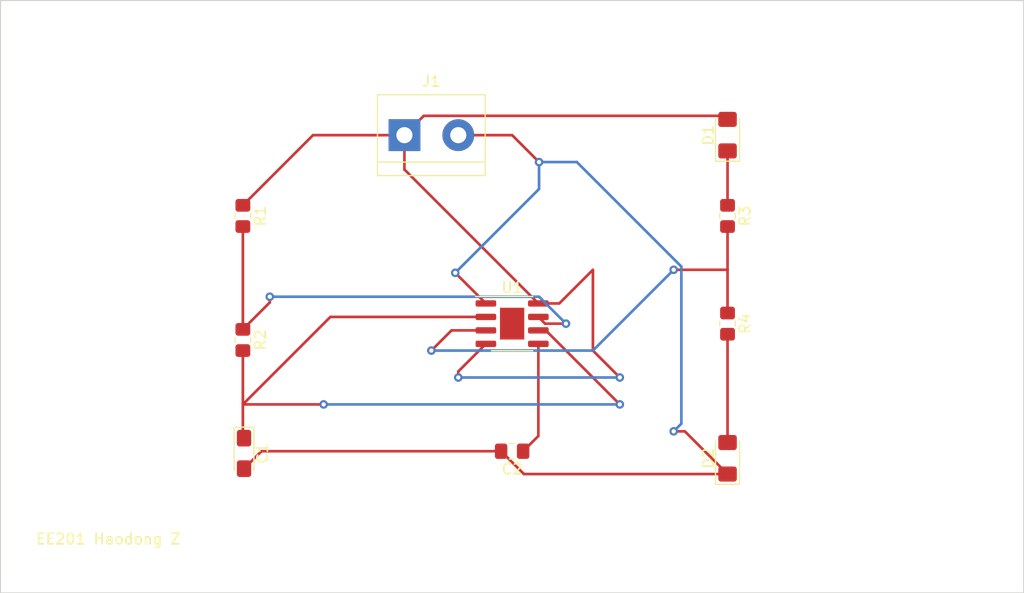
<source format=kicad_pcb>
(kicad_pcb (version 20211014) (generator pcbnew)
  (layers (0 "F.Cu" signal) (31 "B.Cu" signal) (34 "B.Paste" user) (35 "F.Paste" user) (36 "B.SilkS" user "B.Silkscreen") (37 "F.SilkS" user "F.Silkscreen") (38 "B.Mask" user) (39 "F.Mask" user) (44 "Edge.Cuts" user))
  (net 0 "")
  (net 1 "/pin_2")
  (net 2 "GND")
  (net 3 "Net-(C2-Pad1)")
  (net 4 "Net-(D1-Pad1)")
  (net 5 "+9V")
  (net 6 "Net-(D2-Pad2)")
  (net 7 "/pin_7")
  (net 8 "/pin_3")
  (footprint "Resistor_SMD:R_0805_2012Metric_Pad1.20x1.40mm_HandSolder" (layer "F.Cu") (at 170.18 71.12 -90)
    (fp_text reference "R4" (at 0 -1.65 90) (layer "F.SilkS"))
    (fp_text value "1 K")
    (fp_line (start -0.227064 0.735) (end 0.227064 0.735) (layer "F.SilkS") (width 0.12))
    (fp_line (start -0.227064 -0.735) (end 0.227064 -0.735) (layer "F.SilkS") (width 0.12))
    (pad "1" smd roundrect (at -1 0 270) (size 1.2 1.4) (layers "F.Cu" "F.Paste" "F.Mask") (roundrect_rratio 0.2083333333) (net 8 "/pin_3"))
    (pad "2" smd roundrect (at 1 0 270) (size 1.2 1.4) (layers "F.Cu" "F.Paste" "F.Mask") (roundrect_rratio 0.2083333333) (net 6 "Net-(D2-Pad2)"))
  )
  (footprint "Capacitor_SMD:C_0805_2012Metric_Pad1.18x1.45mm_HandSolder" (layer "F.Cu") (at 149.86 83.155 180)
    (fp_text reference "C2" (at 0 -1.68) (layer "F.SilkS"))
    (fp_text value "0.01 uF")
    (fp_line (start -0.261252 -0.735) (end 0.261252 -0.735) (layer "F.SilkS") (width 0.12))
    (fp_line (start -0.261252 0.735) (end 0.261252 0.735) (layer "F.SilkS") (width 0.12))
    (pad "1" smd roundrect (at -1.0375 0 180) (size 1.175 1.45) (layers "F.Cu" "F.Paste" "F.Mask") (roundrect_rratio 0.2127659574) (net 3 "Net-(C2-Pad1)"))
    (pad "2" smd roundrect (at 1.0375 0 180) (size 1.175 1.45) (layers "F.Cu" "F.Paste" "F.Mask") (roundrect_rratio 0.2127659574) (net 2 "GND"))
  )
  (footprint "LED_SMD:LED_1206_3216Metric_Pad1.42x1.75mm_HandSolder" (layer "F.Cu") (at 170.18 83.82 90)
    (fp_text reference "D2" (at 0 -1.82 90) (layer "F.SilkS"))
    (fp_text value "LED")
    (fp_line (start 1.6 -1.135) (end -2.46 -1.135) (layer "F.SilkS") (width 0.12))
    (fp_line (start -2.46 -1.135) (end -2.46 1.135) (layer "F.SilkS") (width 0.12))
    (fp_line (start -2.46 1.135) (end 1.6 1.135) (layer "F.SilkS") (width 0.12))
    (pad "1" smd roundrect (at -1.4875 0 90) (size 1.425 1.75) (layers "F.Cu" "F.Paste" "F.Mask") (roundrect_rratio 0.1754392982) (net 2 "GND"))
    (pad "2" smd roundrect (at 1.4875 0 90) (size 1.425 1.75) (layers "F.Cu" "F.Paste" "F.Mask") (roundrect_rratio 0.1754392982) (net 6 "Net-(D2-Pad2)"))
  )
  (footprint "TerminalBlock:TerminalBlock_bornier-2_P5.08mm" (layer "F.Cu") (at 139.7 53.34)
    (fp_text reference "J1" (at 2.54 -5.08) (layer "F.SilkS"))
    (fp_text value "Conn_01x02_Male")
    (fp_line (start 7.62 2.54) (end -2.54 2.54) (layer "F.SilkS") (width 0.12))
    (fp_line (start -2.54 -3.81) (end -2.54 3.81) (layer "F.SilkS") (width 0.12))
    (fp_line (start 7.62 3.81) (end 7.62 -3.81) (layer "F.SilkS") (width 0.12))
    (fp_line (start -2.54 3.81) (end 7.62 3.81) (layer "F.SilkS") (width 0.12))
    (fp_line (start 7.62 -3.81) (end -2.54 -3.81) (layer "F.SilkS") (width 0.12))
    (pad "1" thru_hole rect (at 0 0) (size 3 3) (drill 1.52) (layers *.Cu *.Mask) (net 5 "+9V"))
    (pad "2" thru_hole circle (at 5.08 0) (size 3 3) (drill 1.52) (layers *.Cu *.Mask) (net 2 "GND"))
  )
  (footprint "Capacitor_Tantalum_SMD:CP_EIA-3216-18_Kemet-A_Pad1.58x1.35mm_HandSolder" (layer "F.Cu") (at 124.57 83.36 -90)
    (fp_text reference "C1" (at 0 -1.75 90) (layer "F.SilkS"))
    (fp_text value "10 uF")
    (fp_line (start -2.485 -0.935) (end -2.485 0.935) (layer "F.SilkS") (width 0.12))
    (fp_line (start 1.6 -0.935) (end -2.485 -0.935) (layer "F.SilkS") (width 0.12))
    (fp_line (start -2.485 0.935) (end 1.6 0.935) (layer "F.SilkS") (width 0.12))
    (pad "1" smd roundrect (at -1.4375 0 270) (size 1.575 1.35) (layers "F.Cu" "F.Paste" "F.Mask") (roundrect_rratio 0.1851851852) (net 1 "/pin_2"))
    (pad "2" smd roundrect (at 1.4375 0 270) (size 1.575 1.35) (layers "F.Cu" "F.Paste" "F.Mask") (roundrect_rratio 0.1851851852) (net 2 "GND"))
  )
  (footprint "Resistor_SMD:R_0805_2012Metric_Pad1.20x1.40mm_HandSolder" (layer "F.Cu") (at 170.18 60.96 -90)
    (fp_text reference "R3" (at 0 -1.65 90) (layer "F.SilkS"))
    (fp_text value "1 K")
    (fp_line (start -0.227064 -0.735) (end 0.227064 -0.735) (layer "F.SilkS") (width 0.12))
    (fp_line (start -0.227064 0.735) (end 0.227064 0.735) (layer "F.SilkS") (width 0.12))
    (pad "1" smd roundrect (at -1 0 270) (size 1.2 1.4) (layers "F.Cu" "F.Paste" "F.Mask") (roundrect_rratio 0.2083333333) (net 4 "Net-(D1-Pad1)"))
    (pad "2" smd roundrect (at 1 0 270) (size 1.2 1.4) (layers "F.Cu" "F.Paste" "F.Mask") (roundrect_rratio 0.2083333333) (net 8 "/pin_3"))
  )
  (footprint "Resistor_SMD:R_0805_2012Metric_Pad1.20x1.40mm_HandSolder" (layer "F.Cu") (at 124.46 72.66 -90)
    (fp_text reference "R2" (at 0 -1.65 90) (layer "F.SilkS"))
    (fp_text value "10 K")
    (fp_line (start -0.227064 -0.735) (end 0.227064 -0.735) (layer "F.SilkS") (width 0.12))
    (fp_line (start -0.227064 0.735) (end 0.227064 0.735) (layer "F.SilkS") (width 0.12))
    (pad "1" smd roundrect (at -1 0 270) (size 1.2 1.4) (layers "F.Cu" "F.Paste" "F.Mask") (roundrect_rratio 0.2083333333) (net 7 "/pin_7"))
    (pad "2" smd roundrect (at 1 0 270) (size 1.2 1.4) (layers "F.Cu" "F.Paste" "F.Mask") (roundrect_rratio 0.2083333333) (net 1 "/pin_2"))
  )
  (footprint "Package_SO:SOIC-8-1EP_3.9x4.9mm_P1.27mm_EP2.29x3mm" (layer "F.Cu") (at 149.86 71.12)
    (fp_text reference "U1" (at 0 -3.4) (layer "F.SilkS"))
    (fp_text value "NE555D")
    (fp_line (start 0 -2.56) (end 1.95 -2.56) (layer "F.SilkS") (width 0.12))
    (fp_line (start 0 -2.56) (end -3.45 -2.56) (layer "F.SilkS") (width 0.12))
    (fp_line (start 0 2.56) (end 1.95 2.56) (layer "F.SilkS") (width 0.12))
    (fp_line (start 0 2.56) (end -1.95 2.56) (layer "F.SilkS") (width 0.12))
    (pad "1" smd roundrect (at -2.475 -1.905) (size 1.95 0.6) (layers "F.Cu" "F.Paste" "F.Mask") (net 2 "GND"))
    (pad "2" smd roundrect (at -2.475 -0.635) (size 1.95 0.6) (layers "F.Cu" "F.Paste" "F.Mask") (net 1 "/pin_2"))
    (pad "3" smd roundrect (at -2.475 0.635) (size 1.95 0.6) (layers "F.Cu" "F.Paste" "F.Mask") (net 8 "/pin_3"))
    (pad "4" smd roundrect (at -2.475 1.905) (size 1.95 0.6) (layers "F.Cu" "F.Paste" "F.Mask") (net 5 "+9V"))
    (pad "5" smd roundrect (at 2.475 1.905) (size 1.95 0.6) (layers "F.Cu" "F.Paste" "F.Mask") (net 3 "Net-(C2-Pad1)"))
    (pad "6" smd roundrect (at 2.475 0.635) (size 1.95 0.6) (layers "F.Cu" "F.Paste" "F.Mask") (net 1 "/pin_2"))
    (pad "7" smd roundrect (at 2.475 -0.635) (size 1.95 0.6) (layers "F.Cu" "F.Paste" "F.Mask") (net 7 "/pin_7"))
    (pad "8" smd roundrect (at 2.475 -1.905) (size 1.95 0.6) (layers "F.Cu" "F.Paste" "F.Mask") (net 5 "+9V"))
    (pad "9" smd rect (at 0 0) (size 2.29 3) (layers "F.Cu" "F.Mask"))
  )
  (footprint "LED_SMD:LED_1206_3216Metric_Pad1.42x1.75mm_HandSolder" (layer "F.Cu") (at 170.18 53.34 90)
    (fp_text reference "D1" (at 0 -1.82 90) (layer "F.SilkS"))
    (fp_text value "LED")
    (fp_line (start 1.6 -1.135) (end -2.46 -1.135) (layer "F.SilkS") (width 0.12))
    (fp_line (start -2.46 -1.135) (end -2.46 1.135) (layer "F.SilkS") (width 0.12))
    (fp_line (start -2.46 1.135) (end 1.6 1.135) (layer "F.SilkS") (width 0.12))
    (pad "1" smd roundrect (at -1.4875 0 90) (size 1.425 1.75) (layers "F.Cu" "F.Paste" "F.Mask") (roundrect_rratio 0.1754392982) (net 4 "Net-(D1-Pad1)"))
    (pad "2" smd roundrect (at 1.4875 0 90) (size 1.425 1.75) (layers "F.Cu" "F.Paste" "F.Mask") (roundrect_rratio 0.1754392982) (net 5 "+9V"))
  )
  (footprint "Resistor_SMD:R_0805_2012Metric_Pad1.20x1.40mm_HandSolder" (layer "F.Cu") (at 124.46 60.96 -90)
    (fp_text reference "R1" (at 0 -1.65 90) (layer "F.SilkS"))
    (fp_text value "1 K")
    (fp_line (start -0.227064 -0.735) (end 0.227064 -0.735) (layer "F.SilkS") (width 0.12))
    (fp_line (start -0.227064 0.735) (end 0.227064 0.735) (layer "F.SilkS") (width 0.12))
    (pad "1" smd roundrect (at -1 0 270) (size 1.2 1.4) (layers "F.Cu" "F.Paste" "F.Mask") (roundrect_rratio 0.2083333333) (net 5 "+9V"))
    (pad "2" smd roundrect (at 1 0 270) (size 1.2 1.4) (layers "F.Cu" "F.Paste" "F.Mask") (roundrect_rratio 0.2083333333) (net 7 "/pin_7"))
  )
  (gr_rect (start 101.6 40.64) (end 198.12 96.52) (layer "Edge.Cuts") (width 0.1) (fill none))
  (gr_text "EE201 Haodong Z" (at 111.76 91.44) (layer "F.SilkS") (effects (font (size 1 1))))
  (segment (start 124.46 81.8125) (end 124.57 81.9225) (width 0.25) (layer "F.Cu") (net 1))
  (segment (start 132.715 70.485) (end 147.385 70.485) (width 0.25) (layer "F.Cu") (net 1))
  (segment (start 157.48 76.2) (end 160.02 78.74) (width 0.25) (layer "F.Cu") (net 1))
  (segment (start 153.035 71.755) (end 157.48 76.2) (width 0.25) (layer "F.Cu") (net 1))
  (segment (start 124.46 73.66) (end 124.46 78.74) (width 0.25) (layer "F.Cu") (net 1))
  (segment (start 152.335 71.755) (end 153.035 71.755) (width 0.25) (layer "F.Cu") (net 1))
  (segment (start 124.46 78.74) (end 132.08 78.74) (width 0.25) (layer "F.Cu") (net 1))
  (segment (start 124.46 78.74) (end 124.46 81.8125) (width 0.25) (layer "F.Cu") (net 1))
  (segment (start 124.46 78.74) (end 132.715 70.485) (width 0.25) (layer "F.Cu") (net 1))
  (via (at 132.08 78.74) (size 0.8) (drill 0.4) (layers "F.Cu" "B.Cu") (net 1))
  (via (at 160.02 78.74) (size 0.8) (drill 0.4) (layers "F.Cu" "B.Cu") (net 1))
  (segment (start 132.08 78.74) (end 160.02 78.74) (width 0.25) (layer "B.Cu") (net 1))
  (segment (start 170.18 85.3075) (end 166.1525 81.28) (width 0.25) (layer "F.Cu") (net 2))
  (segment (start 170.18 85.3075) (end 150.975 85.3075) (width 0.25) (layer "F.Cu") (net 2))
  (segment (start 147.385 69.215) (end 144.495 66.325) (width 0.25) (layer "F.Cu") (net 2))
  (segment (start 124.57 84.7975) (end 126.2125 83.155) (width 0.25) (layer "F.Cu") (net 2))
  (segment (start 150.975 85.3075) (end 148.8225 83.155) (width 0.25) (layer "F.Cu") (net 2))
  (segment (start 166.1525 81.28) (end 165.1 81.28) (width 0.25) (layer "F.Cu") (net 2))
  (segment (start 126.2125 83.155) (end 148.8225 83.155) (width 0.25) (layer "F.Cu") (net 2))
  (segment (start 149.86 53.34) (end 152.4 55.88) (width 0.25) (layer "F.Cu") (net 2))
  (segment (start 144.78 53.34) (end 149.86 53.34) (width 0.25) (layer "F.Cu") (net 2))
  (via (at 165.1 81.28) (size 0.8) (drill 0.4) (layers "F.Cu" "B.Cu") (net 2))
  (via (at 152.4 55.88) (size 0.8) (drill 0.4) (layers "F.Cu" "B.Cu") (net 2))
  (via (at 144.495 66.325) (size 0.8) (drill 0.4) (layers "F.Cu" "B.Cu") (net 2))
  (segment (start 165.825 65.739695) (end 165.825 80.555) (width 0.25) (layer "B.Cu") (net 2))
  (segment (start 165.825 80.555) (end 165.1 81.28) (width 0.25) (layer "B.Cu") (net 2))
  (segment (start 144.495 66.325) (end 152.4 58.42) (width 0.25) (layer "B.Cu") (net 2))
  (segment (start 152.4 55.88) (end 155.965305 55.88) (width 0.25) (layer "B.Cu") (net 2))
  (segment (start 155.965305 55.88) (end 165.825 65.739695) (width 0.25) (layer "B.Cu") (net 2))
  (segment (start 152.4 58.42) (end 152.4 55.88) (width 0.25) (layer "B.Cu") (net 2))
  (segment (start 152.335 81.7175) (end 152.335 73.025) (width 0.25) (layer "F.Cu") (net 3))
  (segment (start 150.8975 83.155) (end 152.335 81.7175) (width 0.25) (layer "F.Cu") (net 3))
  (segment (start 170.18 59.96) (end 170.18 54.8275) (width 0.25) (layer "F.Cu") (net 4))
  (segment (start 131.08 53.34) (end 124.46 59.96) (width 0.25) (layer "F.Cu") (net 5))
  (segment (start 152.335 69.215) (end 154.305 69.215) (width 0.25) (layer "F.Cu") (net 5))
  (segment (start 141.525 51.515) (end 139.7 53.34) (width 0.25) (layer "F.Cu") (net 5))
  (segment (start 147.385 73.025) (end 144.78 75.63) (width 0.25) (layer "F.Cu") (net 5))
  (segment (start 157.48 66.04) (end 157.48 73.66) (width 0.25) (layer "F.Cu") (net 5))
  (segment (start 169.8425 51.515) (end 141.525 51.515) (width 0.25) (layer "F.Cu") (net 5))
  (segment (start 154.305 69.215) (end 157.48 66.04) (width 0.25) (layer "F.Cu") (net 5))
  (segment (start 170.18 51.8525) (end 169.8425 51.515) (width 0.25) (layer "F.Cu") (net 5))
  (segment (start 139.7 56.58) (end 152.335 69.215) (width 0.25) (layer "F.Cu") (net 5))
  (segment (start 157.48 73.66) (end 160.02 76.2) (width 0.25) (layer "F.Cu") (net 5))
  (segment (start 139.7 56.58) (end 139.7 53.34) (width 0.25) (layer "F.Cu") (net 5))
  (segment (start 144.78 75.63) (end 144.78 76.2) (width 0.25) (layer "F.Cu") (net 5))
  (segment (start 139.7 53.34) (end 131.08 53.34) (width 0.25) (layer "F.Cu") (net 5))
  (via (at 144.78 76.2) (size 0.8) (drill 0.4) (layers "F.Cu" "B.Cu") (net 5))
  (via (at 160.02 76.2) (size 0.8) (drill 0.4) (layers "F.Cu" "B.Cu") (net 5))
  (segment (start 144.78 76.2) (end 160.02 76.2) (width 0.25) (layer "B.Cu") (net 5))
  (segment (start 170.18 82.3325) (end 170.18 72.12) (width 0.25) (layer "F.Cu") (net 6))
  (segment (start 124.46 71.66) (end 127 69.12) (width 0.25) (layer "F.Cu") (net 7))
  (segment (start 127 69.12) (end 127 68.58) (width 0.25) (layer "F.Cu") (net 7))
  (segment (start 152.97 71.12) (end 154.94 71.12) (width 0.25) (layer "F.Cu") (net 7))
  (segment (start 124.46 61.96) (end 124.46 71.66) (width 0.25) (layer "F.Cu") (net 7))
  (segment (start 152.335 70.485) (end 152.97 71.12) (width 0.25) (layer "F.Cu") (net 7))
  (via (at 127 68.58) (size 0.8) (drill 0.4) (layers "F.Cu" "B.Cu") (net 7))
  (via (at 154.94 71.12) (size 0.8) (drill 0.4) (layers "F.Cu" "B.Cu") (net 7))
  (segment (start 152.4 68.58) (end 154.94 71.12) (width 0.25) (layer "B.Cu") (net 7))
  (segment (start 127 68.58) (end 152.4 68.58) (width 0.25) (layer "B.Cu") (net 7))
  (segment (start 144.145 71.755) (end 142.24 73.66) (width 0.25) (layer "F.Cu") (net 8))
  (segment (start 170.18 66.04) (end 165.1 66.04) (width 0.25) (layer "F.Cu") (net 8))
  (segment (start 170.18 70.12) (end 170.18 66.04) (width 0.25) (layer "F.Cu") (net 8))
  (segment (start 147.385 71.755) (end 144.145 71.755) (width 0.25) (layer "F.Cu") (net 8))
  (segment (start 170.18 66.04) (end 170.18 61.96) (width 0.25) (layer "F.Cu") (net 8))
  (via (at 142.24 73.66) (size 0.8) (drill 0.4) (layers "F.Cu" "B.Cu") (net 8))
  (via (at 165.1 66.04) (size 0.8) (drill 0.4) (layers "F.Cu" "B.Cu") (net 8))
  (segment (start 157.48 73.66) (end 165.1 66.04) (width 0.25) (layer "B.Cu") (net 8))
  (segment (start 142.24 73.66) (end 157.48 73.66) (width 0.25) (layer "B.Cu") (net 8))
)
</source>
